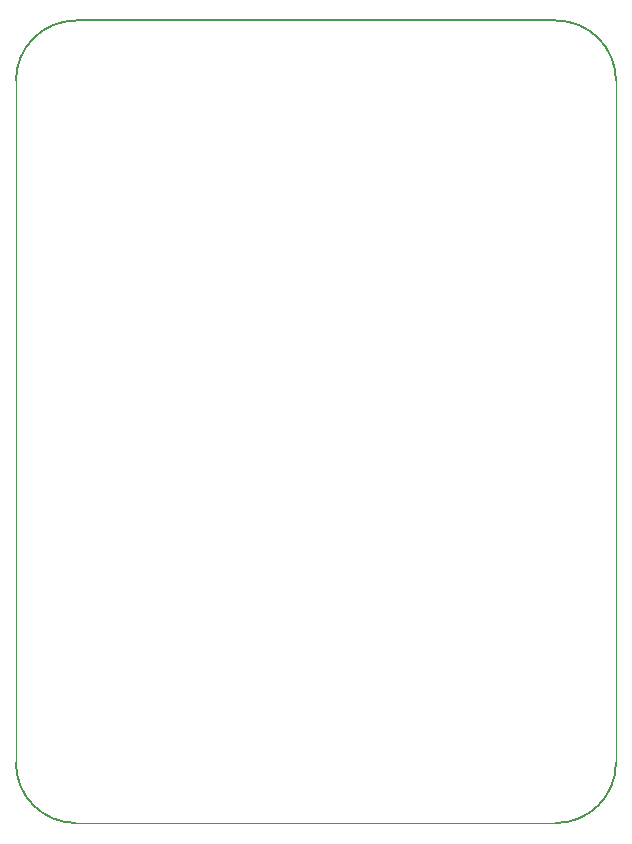
<source format=gbr>
G04 #@! TF.GenerationSoftware,KiCad,Pcbnew,(5.1.7)-1*
G04 #@! TF.CreationDate,2021-01-23T01:49:41+01:00*
G04 #@! TF.ProjectId,espbreakout,65737062-7265-4616-9b6f-75742e6b6963,rev?*
G04 #@! TF.SameCoordinates,Original*
G04 #@! TF.FileFunction,Profile,NP*
%FSLAX46Y46*%
G04 Gerber Fmt 4.6, Leading zero omitted, Abs format (unit mm)*
G04 Created by KiCad (PCBNEW (5.1.7)-1) date 2021-01-23 01:49:41*
%MOMM*%
%LPD*%
G01*
G04 APERTURE LIST*
G04 #@! TA.AperFunction,Profile*
%ADD10C,0.150000*%
G04 #@! TD*
G04 #@! TA.AperFunction,Profile*
%ADD11C,0.050000*%
G04 #@! TD*
G04 APERTURE END LIST*
D10*
X34290000Y-10795000D02*
X74930000Y-10795000D01*
X80010000Y-73660000D02*
G75*
G02*
X74930000Y-78740000I-5080000J0D01*
G01*
X34290000Y-78740000D02*
G75*
G02*
X29210000Y-73660000I0J5080000D01*
G01*
X29210000Y-15875000D02*
G75*
G02*
X34290000Y-10795000I5080000J0D01*
G01*
X74930000Y-10795000D02*
G75*
G02*
X80010000Y-15875000I0J-5080000D01*
G01*
D11*
X34290000Y-78740000D02*
X74930000Y-78740000D01*
X29210000Y-15875000D02*
X29210000Y-73660000D01*
X80010000Y-73660000D02*
X80010000Y-15875000D01*
M02*

</source>
